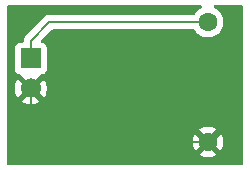
<source format=gbr>
%TF.GenerationSoftware,KiCad,Pcbnew,9.0.2*%
%TF.CreationDate,2025-06-10T22:08:15+05:30*%
%TF.ProjectId,Ohm's Law,4f686d27-7320-44c6-9177-2e6b69636164,rev?*%
%TF.SameCoordinates,Original*%
%TF.FileFunction,Copper,L1,Top*%
%TF.FilePolarity,Positive*%
%FSLAX46Y46*%
G04 Gerber Fmt 4.6, Leading zero omitted, Abs format (unit mm)*
G04 Created by KiCad (PCBNEW 9.0.2) date 2025-06-10 22:08:15*
%MOMM*%
%LPD*%
G01*
G04 APERTURE LIST*
%TA.AperFunction,ComponentPad*%
%ADD10R,1.700000X1.700000*%
%TD*%
%TA.AperFunction,ComponentPad*%
%ADD11C,1.700000*%
%TD*%
%TA.AperFunction,ComponentPad*%
%ADD12C,1.600000*%
%TD*%
%TA.AperFunction,Conductor*%
%ADD13C,0.200000*%
%TD*%
G04 APERTURE END LIST*
D10*
%TO.P,V1,1*%
%TO.N,Net-(R1-Pad1)*%
X154500000Y-134000000D03*
D11*
%TO.P,V1,2*%
%TO.N,GND*%
X154500000Y-136540000D03*
%TD*%
D12*
%TO.P,R1,1*%
%TO.N,Net-(R1-Pad1)*%
X169500000Y-130920000D03*
%TO.P,R1,2*%
%TO.N,GND*%
X169500000Y-141080000D03*
%TD*%
D13*
%TO.N,GND*%
X154500000Y-139500000D02*
X154500000Y-136540000D01*
X156080000Y-141080000D02*
X154500000Y-139500000D01*
X169500000Y-141080000D02*
X156080000Y-141080000D01*
%TO.N,Net-(R1-Pad1)*%
X169500000Y-130920000D02*
X156080000Y-130920000D01*
X156080000Y-130920000D02*
X154500000Y-132500000D01*
X154500000Y-132500000D02*
X154500000Y-134000000D01*
%TD*%
%TA.AperFunction,Conductor*%
%TO.N,GND*%
G36*
X168971870Y-129520185D02*
G01*
X169017625Y-129572989D01*
X169027569Y-129642147D01*
X168998544Y-129705703D01*
X168961126Y-129734985D01*
X168818386Y-129807715D01*
X168652786Y-129928028D01*
X168508028Y-130072786D01*
X168387715Y-130238385D01*
X168380883Y-130251795D01*
X168332909Y-130302591D01*
X168270398Y-130319500D01*
X156000940Y-130319500D01*
X155960019Y-130330464D01*
X155960019Y-130330465D01*
X155922751Y-130340451D01*
X155848214Y-130360423D01*
X155848209Y-130360426D01*
X155711290Y-130439475D01*
X155711282Y-130439481D01*
X154019479Y-132131284D01*
X153996270Y-132171484D01*
X153986460Y-132188477D01*
X153940423Y-132268215D01*
X153899499Y-132420943D01*
X153899499Y-132420945D01*
X153899499Y-132525500D01*
X153879814Y-132592539D01*
X153827010Y-132638294D01*
X153775500Y-132649500D01*
X153602130Y-132649500D01*
X153602123Y-132649501D01*
X153542516Y-132655908D01*
X153407671Y-132706202D01*
X153407664Y-132706206D01*
X153292455Y-132792452D01*
X153292452Y-132792455D01*
X153206206Y-132907664D01*
X153206202Y-132907671D01*
X153155908Y-133042517D01*
X153149501Y-133102116D01*
X153149501Y-133102123D01*
X153149500Y-133102135D01*
X153149500Y-134897870D01*
X153149501Y-134897876D01*
X153155908Y-134957483D01*
X153206202Y-135092328D01*
X153206206Y-135092335D01*
X153292452Y-135207544D01*
X153292455Y-135207547D01*
X153407664Y-135293793D01*
X153407671Y-135293797D01*
X153452618Y-135310561D01*
X153542517Y-135344091D01*
X153602127Y-135350500D01*
X153612685Y-135350499D01*
X153679723Y-135370179D01*
X153700372Y-135386818D01*
X154370591Y-136057037D01*
X154307007Y-136074075D01*
X154192993Y-136139901D01*
X154099901Y-136232993D01*
X154034075Y-136347007D01*
X154017037Y-136410591D01*
X153384728Y-135778282D01*
X153384727Y-135778282D01*
X153345380Y-135832439D01*
X153248904Y-136021782D01*
X153183242Y-136223869D01*
X153183242Y-136223872D01*
X153150000Y-136433753D01*
X153150000Y-136646246D01*
X153183242Y-136856127D01*
X153183242Y-136856130D01*
X153248904Y-137058217D01*
X153345375Y-137247550D01*
X153384728Y-137301716D01*
X154017037Y-136669408D01*
X154034075Y-136732993D01*
X154099901Y-136847007D01*
X154192993Y-136940099D01*
X154307007Y-137005925D01*
X154370590Y-137022962D01*
X153738282Y-137655269D01*
X153738282Y-137655270D01*
X153792449Y-137694624D01*
X153981782Y-137791095D01*
X154183870Y-137856757D01*
X154393754Y-137890000D01*
X154606246Y-137890000D01*
X154816127Y-137856757D01*
X154816130Y-137856757D01*
X155018217Y-137791095D01*
X155207554Y-137694622D01*
X155261716Y-137655270D01*
X155261717Y-137655270D01*
X154629408Y-137022962D01*
X154692993Y-137005925D01*
X154807007Y-136940099D01*
X154900099Y-136847007D01*
X154965925Y-136732993D01*
X154982962Y-136669408D01*
X155615270Y-137301717D01*
X155615270Y-137301716D01*
X155654622Y-137247554D01*
X155751095Y-137058217D01*
X155816757Y-136856130D01*
X155816757Y-136856127D01*
X155850000Y-136646246D01*
X155850000Y-136433753D01*
X155816757Y-136223872D01*
X155816757Y-136223869D01*
X155751095Y-136021782D01*
X155654624Y-135832449D01*
X155615270Y-135778282D01*
X155615269Y-135778282D01*
X154982962Y-136410590D01*
X154965925Y-136347007D01*
X154900099Y-136232993D01*
X154807007Y-136139901D01*
X154692993Y-136074075D01*
X154629409Y-136057037D01*
X155299627Y-135386818D01*
X155360950Y-135353333D01*
X155387307Y-135350499D01*
X155397872Y-135350499D01*
X155457483Y-135344091D01*
X155592331Y-135293796D01*
X155707546Y-135207546D01*
X155793796Y-135092331D01*
X155844091Y-134957483D01*
X155850500Y-134897873D01*
X155850499Y-133102128D01*
X155844091Y-133042517D01*
X155793796Y-132907669D01*
X155793795Y-132907668D01*
X155793793Y-132907664D01*
X155707547Y-132792455D01*
X155707544Y-132792452D01*
X155592335Y-132706206D01*
X155592328Y-132706202D01*
X155450215Y-132653198D01*
X155450932Y-132651273D01*
X155399486Y-132621975D01*
X155367102Y-132560063D01*
X155373331Y-132490472D01*
X155401036Y-132448197D01*
X156292416Y-131556819D01*
X156353739Y-131523334D01*
X156380097Y-131520500D01*
X168270398Y-131520500D01*
X168337437Y-131540185D01*
X168380883Y-131588205D01*
X168387715Y-131601614D01*
X168508028Y-131767213D01*
X168652786Y-131911971D01*
X168807749Y-132024556D01*
X168818390Y-132032287D01*
X168934607Y-132091503D01*
X169000776Y-132125218D01*
X169000778Y-132125218D01*
X169000781Y-132125220D01*
X169105137Y-132159127D01*
X169195465Y-132188477D01*
X169296557Y-132204488D01*
X169397648Y-132220500D01*
X169397649Y-132220500D01*
X169602351Y-132220500D01*
X169602352Y-132220500D01*
X169804534Y-132188477D01*
X169999219Y-132125220D01*
X170181610Y-132032287D01*
X170274590Y-131964732D01*
X170347213Y-131911971D01*
X170347215Y-131911968D01*
X170347219Y-131911966D01*
X170491966Y-131767219D01*
X170491968Y-131767215D01*
X170491971Y-131767213D01*
X170544732Y-131694590D01*
X170612287Y-131601610D01*
X170705220Y-131419219D01*
X170768477Y-131224534D01*
X170800500Y-131022352D01*
X170800500Y-130817648D01*
X170768477Y-130615466D01*
X170705220Y-130420781D01*
X170705218Y-130420778D01*
X170705218Y-130420776D01*
X170671503Y-130354607D01*
X170612287Y-130238390D01*
X170604556Y-130227749D01*
X170491971Y-130072786D01*
X170347213Y-129928028D01*
X170181613Y-129807715D01*
X170181612Y-129807714D01*
X170181610Y-129807713D01*
X170089983Y-129761026D01*
X170038874Y-129734985D01*
X169988078Y-129687010D01*
X169971283Y-129619189D01*
X169993821Y-129553054D01*
X170048536Y-129509603D01*
X170095169Y-129500500D01*
X172375500Y-129500500D01*
X172442539Y-129520185D01*
X172488294Y-129572989D01*
X172499500Y-129624500D01*
X172499500Y-142875500D01*
X172479815Y-142942539D01*
X172427011Y-142988294D01*
X172375500Y-142999500D01*
X152624500Y-142999500D01*
X152557461Y-142979815D01*
X152511706Y-142927011D01*
X152500500Y-142875500D01*
X152500500Y-140977682D01*
X168200000Y-140977682D01*
X168200000Y-141182317D01*
X168232009Y-141384417D01*
X168295244Y-141579031D01*
X168388141Y-141761350D01*
X168388147Y-141761359D01*
X168420523Y-141805921D01*
X168420524Y-141805922D01*
X169100000Y-141126446D01*
X169100000Y-141132661D01*
X169127259Y-141234394D01*
X169179920Y-141325606D01*
X169254394Y-141400080D01*
X169345606Y-141452741D01*
X169447339Y-141480000D01*
X169453553Y-141480000D01*
X168774076Y-142159474D01*
X168818650Y-142191859D01*
X169000968Y-142284755D01*
X169195582Y-142347990D01*
X169397683Y-142380000D01*
X169602317Y-142380000D01*
X169804417Y-142347990D01*
X169999031Y-142284755D01*
X170181349Y-142191859D01*
X170225921Y-142159474D01*
X169546447Y-141480000D01*
X169552661Y-141480000D01*
X169654394Y-141452741D01*
X169745606Y-141400080D01*
X169820080Y-141325606D01*
X169872741Y-141234394D01*
X169900000Y-141132661D01*
X169900000Y-141126448D01*
X170579474Y-141805922D01*
X170579474Y-141805921D01*
X170611859Y-141761349D01*
X170704755Y-141579031D01*
X170767990Y-141384417D01*
X170800000Y-141182317D01*
X170800000Y-140977682D01*
X170767990Y-140775582D01*
X170704755Y-140580968D01*
X170611859Y-140398650D01*
X170579474Y-140354077D01*
X170579474Y-140354076D01*
X169900000Y-141033551D01*
X169900000Y-141027339D01*
X169872741Y-140925606D01*
X169820080Y-140834394D01*
X169745606Y-140759920D01*
X169654394Y-140707259D01*
X169552661Y-140680000D01*
X169546446Y-140680000D01*
X170225922Y-140000524D01*
X170225921Y-140000523D01*
X170181359Y-139968147D01*
X170181350Y-139968141D01*
X169999031Y-139875244D01*
X169804417Y-139812009D01*
X169602317Y-139780000D01*
X169397683Y-139780000D01*
X169195582Y-139812009D01*
X169000968Y-139875244D01*
X168818644Y-139968143D01*
X168774077Y-140000523D01*
X168774077Y-140000524D01*
X169453554Y-140680000D01*
X169447339Y-140680000D01*
X169345606Y-140707259D01*
X169254394Y-140759920D01*
X169179920Y-140834394D01*
X169127259Y-140925606D01*
X169100000Y-141027339D01*
X169100000Y-141033553D01*
X168420524Y-140354077D01*
X168420523Y-140354077D01*
X168388143Y-140398644D01*
X168295244Y-140580968D01*
X168232009Y-140775582D01*
X168200000Y-140977682D01*
X152500500Y-140977682D01*
X152500500Y-129624500D01*
X152520185Y-129557461D01*
X152572989Y-129511706D01*
X152624500Y-129500500D01*
X168904831Y-129500500D01*
X168971870Y-129520185D01*
G37*
%TD.AperFunction*%
%TD*%
M02*

</source>
